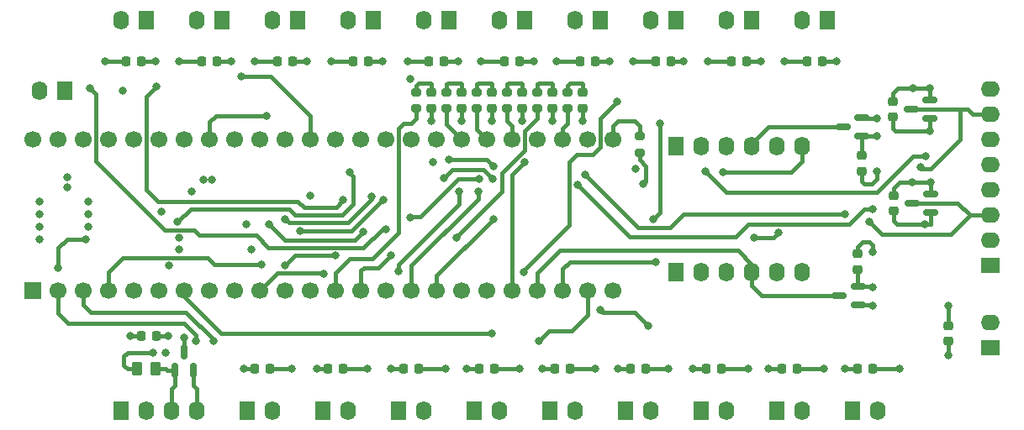
<source format=gbr>
%TF.GenerationSoftware,KiCad,Pcbnew,8.0.3-8.0.3-0~ubuntu22.04.1*%
%TF.CreationDate,2024-06-29T17:00:47-07:00*%
%TF.ProjectId,ButtonBd2,42757474-6f6e-4426-9432-2e6b69636164,2*%
%TF.SameCoordinates,Original*%
%TF.FileFunction,Copper,L1,Top*%
%TF.FilePolarity,Positive*%
%FSLAX46Y46*%
G04 Gerber Fmt 4.6, Leading zero omitted, Abs format (unit mm)*
G04 Created by KiCad (PCBNEW 8.0.3-8.0.3-0~ubuntu22.04.1) date 2024-06-29 17:00:47*
%MOMM*%
%LPD*%
G01*
G04 APERTURE LIST*
G04 Aperture macros list*
%AMRoundRect*
0 Rectangle with rounded corners*
0 $1 Rounding radius*
0 $2 $3 $4 $5 $6 $7 $8 $9 X,Y pos of 4 corners*
0 Add a 4 corners polygon primitive as box body*
4,1,4,$2,$3,$4,$5,$6,$7,$8,$9,$2,$3,0*
0 Add four circle primitives for the rounded corners*
1,1,$1+$1,$2,$3*
1,1,$1+$1,$4,$5*
1,1,$1+$1,$6,$7*
1,1,$1+$1,$8,$9*
0 Add four rect primitives between the rounded corners*
20,1,$1+$1,$2,$3,$4,$5,0*
20,1,$1+$1,$4,$5,$6,$7,0*
20,1,$1+$1,$6,$7,$8,$9,0*
20,1,$1+$1,$8,$9,$2,$3,0*%
G04 Aperture macros list end*
%TA.AperFunction,SMDPad,CuDef*%
%ADD10RoundRect,0.218750X0.256250X-0.218750X0.256250X0.218750X-0.256250X0.218750X-0.256250X-0.218750X0*%
%TD*%
%TA.AperFunction,ComponentPad*%
%ADD11R,1.600200X1.905000*%
%TD*%
%TA.AperFunction,ComponentPad*%
%ADD12O,1.600200X1.905000*%
%TD*%
%TA.AperFunction,SMDPad,CuDef*%
%ADD13RoundRect,0.200000X0.275000X-0.200000X0.275000X0.200000X-0.275000X0.200000X-0.275000X-0.200000X0*%
%TD*%
%TA.AperFunction,SMDPad,CuDef*%
%ADD14RoundRect,0.225000X0.250000X-0.225000X0.250000X0.225000X-0.250000X0.225000X-0.250000X-0.225000X0*%
%TD*%
%TA.AperFunction,ComponentPad*%
%ADD15R,1.905000X1.600200*%
%TD*%
%TA.AperFunction,ComponentPad*%
%ADD16O,1.905000X1.600200*%
%TD*%
%TA.AperFunction,SMDPad,CuDef*%
%ADD17RoundRect,0.218750X0.218750X0.256250X-0.218750X0.256250X-0.218750X-0.256250X0.218750X-0.256250X0*%
%TD*%
%TA.AperFunction,SMDPad,CuDef*%
%ADD18RoundRect,0.225000X-0.250000X0.225000X-0.250000X-0.225000X0.250000X-0.225000X0.250000X0.225000X0*%
%TD*%
%TA.AperFunction,SMDPad,CuDef*%
%ADD19RoundRect,0.150000X0.587500X0.150000X-0.587500X0.150000X-0.587500X-0.150000X0.587500X-0.150000X0*%
%TD*%
%TA.AperFunction,SMDPad,CuDef*%
%ADD20RoundRect,0.218750X-0.218750X-0.256250X0.218750X-0.256250X0.218750X0.256250X-0.218750X0.256250X0*%
%TD*%
%TA.AperFunction,SMDPad,CuDef*%
%ADD21RoundRect,0.250000X0.262500X0.450000X-0.262500X0.450000X-0.262500X-0.450000X0.262500X-0.450000X0*%
%TD*%
%TA.AperFunction,SMDPad,CuDef*%
%ADD22RoundRect,0.200000X-0.275000X0.200000X-0.275000X-0.200000X0.275000X-0.200000X0.275000X0.200000X0*%
%TD*%
%TA.AperFunction,SMDPad,CuDef*%
%ADD23RoundRect,0.150000X0.150000X-0.587500X0.150000X0.587500X-0.150000X0.587500X-0.150000X-0.587500X0*%
%TD*%
%TA.AperFunction,ComponentPad*%
%ADD24R,1.700000X1.700000*%
%TD*%
%TA.AperFunction,ComponentPad*%
%ADD25C,1.700000*%
%TD*%
%TA.AperFunction,SMDPad,CuDef*%
%ADD26RoundRect,0.225000X0.225000X0.250000X-0.225000X0.250000X-0.225000X-0.250000X0.225000X-0.250000X0*%
%TD*%
%TA.AperFunction,ViaPad*%
%ADD27C,0.800000*%
%TD*%
%TA.AperFunction,Conductor*%
%ADD28C,0.381000*%
%TD*%
G04 APERTURE END LIST*
D10*
%TO.P,D21,1,K*%
%TO.N,Net-(D21-K)*%
X145542000Y-94005500D03*
%TO.P,D21,2,A*%
%TO.N,+5VD*%
X145542000Y-92430500D03*
%TD*%
D11*
%TO.P,J22,1,Pin_1*%
%TO.N,GND*%
X113030000Y-100965000D03*
D12*
%TO.P,J22,2,Pin_2*%
%TO.N,/Button Inputs/BN14*%
X115570000Y-100965000D03*
%TD*%
D13*
%TO.P,R2,1*%
%TO.N,/LED0Y*%
X94996000Y-70548000D03*
%TO.P,R2,2*%
%TO.N,Net-(D12-A)*%
X94996000Y-68898000D03*
%TD*%
D11*
%TO.P,J24,1,Pin_1*%
%TO.N,GND*%
X128270000Y-100965000D03*
D12*
%TO.P,J24,2,Pin_2*%
%TO.N,/Button Inputs/BN12*%
X130810000Y-100965000D03*
%TD*%
D14*
%TO.P,C4,1*%
%TO.N,+5V*%
X136398000Y-86754000D03*
%TO.P,C4,2*%
%TO.N,GND*%
X136398000Y-85204000D03*
%TD*%
D15*
%TO.P,J13,1,Pin_1*%
%TO.N,GND*%
X149733000Y-86360000D03*
D16*
%TO.P,J13,2,Pin_2*%
%TO.N,+3.3V*%
X149733000Y-83820000D03*
%TO.P,J13,3,Pin_3*%
%TO.N,/ABS0*%
X149733000Y-81280000D03*
%TO.P,J13,4,Pin_4*%
%TO.N,/ABS1*%
X149733000Y-78740000D03*
%TO.P,J13,5,Pin_5*%
%TO.N,GND*%
X149733000Y-76200000D03*
%TO.P,J13,6,Pin_6*%
%TO.N,+3.3V*%
X149733000Y-73660000D03*
%TO.P,J13,7,Pin_7*%
%TO.N,/ABS2*%
X149733000Y-71120000D03*
%TO.P,J13,8,Pin_8*%
%TO.N,/ABS3*%
X149733000Y-68580000D03*
%TD*%
D10*
%TO.P,D11,1,K*%
%TO.N,GND*%
X93472000Y-70510500D03*
%TO.P,D11,2,A*%
%TO.N,Net-(D11-A)*%
X93472000Y-68935500D03*
%TD*%
D11*
%TO.P,J6,1,Pin_1*%
%TO.N,GND*%
X102870000Y-61595000D03*
D12*
%TO.P,J6,2,Pin_2*%
%TO.N,/Button Inputs/BN5*%
X100330000Y-61595000D03*
%TD*%
D17*
%TO.P,D3,1,K*%
%TO.N,Net-(D3-K)*%
X79527500Y-65786000D03*
%TO.P,D3,2,A*%
%TO.N,+5VD*%
X77952500Y-65786000D03*
%TD*%
D10*
%TO.P,D16,1,K*%
%TO.N,GND*%
X108712000Y-70510500D03*
%TO.P,D16,2,A*%
%TO.N,Net-(D16-A)*%
X108712000Y-68935500D03*
%TD*%
%TO.P,D15,1,K*%
%TO.N,GND*%
X105664000Y-70510500D03*
%TO.P,D15,2,A*%
%TO.N,Net-(D15-A)*%
X105664000Y-68935500D03*
%TD*%
D14*
%TO.P,C1,1*%
%TO.N,GND*%
X139954000Y-71387000D03*
%TO.P,C1,2*%
%TO.N,+3.3V*%
X139954000Y-69837000D03*
%TD*%
D11*
%TO.P,J16,1,Pin_1*%
%TO.N,GND*%
X62230000Y-100965000D03*
D12*
%TO.P,J16,2,Pin_2*%
%TO.N,/+5V_{IN}*%
X64770000Y-100965000D03*
%TO.P,J16,3,Pin_3*%
%TO.N,/CAN_H*%
X67310000Y-100965000D03*
%TO.P,J16,4,Pin_4*%
%TO.N,/CAN_L*%
X69850000Y-100965000D03*
%TD*%
D10*
%TO.P,D13,1,K*%
%TO.N,GND*%
X99568000Y-70510500D03*
%TO.P,D13,2,A*%
%TO.N,Net-(D13-A)*%
X99568000Y-68935500D03*
%TD*%
D18*
%TO.P,C3,1*%
%TO.N,+3.3V*%
X140032500Y-79301000D03*
%TO.P,C3,2*%
%TO.N,GND*%
X140032500Y-80851000D03*
%TD*%
D11*
%TO.P,J3,1,Pin_1*%
%TO.N,GND*%
X80010000Y-61595000D03*
D12*
%TO.P,J3,2,Pin_2*%
%TO.N,/Button Inputs/BN2*%
X77470000Y-61595000D03*
%TD*%
D15*
%TO.P,J15,1,Pin_1*%
%TO.N,GND*%
X149733000Y-94615000D03*
D16*
%TO.P,J15,2,Pin_2*%
%TO.N,/Button Inputs/BN10*%
X149733000Y-92075000D03*
%TD*%
D17*
%TO.P,D8,1,K*%
%TO.N,Net-(D8-K)*%
X117627500Y-65786000D03*
%TO.P,D8,2,A*%
%TO.N,+5VD*%
X116052500Y-65786000D03*
%TD*%
D19*
%TO.P,D20,1,K*%
%TO.N,GND*%
X136446500Y-90358000D03*
%TO.P,D20,2,A*%
%TO.N,+5V*%
X136446500Y-88458000D03*
%TO.P,D20,3,K*%
%TO.N,/ENC0_A*%
X134571500Y-89408000D03*
%TD*%
D20*
%TO.P,D24,1,K*%
%TO.N,Net-(D24-K)*%
X83032500Y-96774000D03*
%TO.P,D24,2,A*%
%TO.N,+5VD*%
X84607500Y-96774000D03*
%TD*%
D11*
%TO.P,J12,1,Pin_1*%
%TO.N,GND*%
X118110000Y-74295000D03*
D12*
%TO.P,J12,2,Pin_2*%
%TO.N,+5V*%
X120650000Y-74295000D03*
%TO.P,J12,3,Pin_3*%
%TO.N,+3.3V*%
X123190000Y-74295000D03*
%TO.P,J12,4,Pin_4*%
%TO.N,/ENC1_A*%
X125730000Y-74295000D03*
%TO.P,J12,5,Pin_5*%
%TO.N,/ENC1_B*%
X128270000Y-74295000D03*
%TO.P,J12,6,Pin_6*%
%TO.N,/ENC1_ABS*%
X130810000Y-74295000D03*
%TD*%
D11*
%TO.P,J2,1,Pin_1*%
%TO.N,GND*%
X72390000Y-61595000D03*
D12*
%TO.P,J2,2,Pin_2*%
%TO.N,/Button Inputs/BN1*%
X69850000Y-61595000D03*
%TD*%
D10*
%TO.P,D14,1,K*%
%TO.N,GND*%
X102616000Y-70510500D03*
%TO.P,D14,2,A*%
%TO.N,Net-(D14-A)*%
X102616000Y-68935500D03*
%TD*%
D11*
%TO.P,J19,1,Pin_1*%
%TO.N,GND*%
X90170000Y-100965000D03*
D12*
%TO.P,J19,2,Pin_2*%
%TO.N,/Button Inputs/BN17*%
X92710000Y-100965000D03*
%TD*%
D11*
%TO.P,J14,1,Pin_1*%
%TO.N,GND*%
X118110000Y-86995000D03*
D12*
%TO.P,J14,2,Pin_2*%
%TO.N,+5V*%
X120650000Y-86995000D03*
%TO.P,J14,3,Pin_3*%
%TO.N,+3.3V*%
X123190000Y-86995000D03*
%TO.P,J14,4,Pin_4*%
%TO.N,/ENC0_A*%
X125730000Y-86995000D03*
%TO.P,J14,5,Pin_5*%
%TO.N,/ENC0_B*%
X128270000Y-86995000D03*
%TO.P,J14,6,Pin_6*%
%TO.N,/ENC0_ABS*%
X130810000Y-86995000D03*
%TD*%
D20*
%TO.P,D25,1,K*%
%TO.N,Net-(D25-K)*%
X90652500Y-96774000D03*
%TO.P,D25,2,A*%
%TO.N,+5VD*%
X92227500Y-96774000D03*
%TD*%
%TO.P,D30,1,K*%
%TO.N,Net-(D30-K)*%
X128752500Y-96774000D03*
%TO.P,D30,2,A*%
%TO.N,+5VD*%
X130327500Y-96774000D03*
%TD*%
D10*
%TO.P,D12,1,K*%
%TO.N,GND*%
X96520000Y-70510500D03*
%TO.P,D12,2,A*%
%TO.N,Net-(D12-A)*%
X96520000Y-68935500D03*
%TD*%
D11*
%TO.P,J18,1,Pin_1*%
%TO.N,GND*%
X82550000Y-100965000D03*
D12*
%TO.P,J18,2,Pin_2*%
%TO.N,/Button Inputs/BN18*%
X85090000Y-100965000D03*
%TD*%
D11*
%TO.P,J11,1,Pin_1*%
%TO.N,GND*%
X56515000Y-68707000D03*
D12*
%TO.P,J11,2,Pin_2*%
%TO.N,/+5V_{IN}*%
X53975000Y-68707000D03*
%TD*%
D19*
%TO.P,D17,1,K*%
%TO.N,GND*%
X143685500Y-71562000D03*
%TO.P,D17,2,A*%
%TO.N,+3.3V*%
X143685500Y-69662000D03*
%TO.P,D17,3,K*%
%TO.N,/ABS2*%
X141810500Y-70612000D03*
%TD*%
D13*
%TO.P,R3,1*%
%TO.N,/LED0G*%
X98044000Y-70548000D03*
%TO.P,R3,2*%
%TO.N,Net-(D13-A)*%
X98044000Y-68898000D03*
%TD*%
D20*
%TO.P,D27,1,K*%
%TO.N,Net-(D27-K)*%
X105892500Y-96774000D03*
%TO.P,D27,2,A*%
%TO.N,+5VD*%
X107467500Y-96774000D03*
%TD*%
D11*
%TO.P,J4,1,Pin_1*%
%TO.N,GND*%
X87630000Y-61595000D03*
D12*
%TO.P,J4,2,Pin_2*%
%TO.N,/Button Inputs/BN3*%
X85090000Y-61595000D03*
%TD*%
D21*
%TO.P,R8,1*%
%TO.N,/CAN_H*%
X65682500Y-96774000D03*
%TO.P,R8,2*%
%TO.N,/CAN_L*%
X63857500Y-96774000D03*
%TD*%
D22*
%TO.P,R7,1*%
%TO.N,/ENC1_ABS_ADC*%
X114427000Y-73343000D03*
%TO.P,R7,2*%
%TO.N,/ENC1_ABS*%
X114427000Y-74993000D03*
%TD*%
D11*
%TO.P,J23,1,Pin_1*%
%TO.N,GND*%
X120650000Y-100965000D03*
D12*
%TO.P,J23,2,Pin_2*%
%TO.N,/Button Inputs/BN13*%
X123190000Y-100965000D03*
%TD*%
D20*
%TO.P,D28,1,K*%
%TO.N,Net-(D28-K)*%
X113512500Y-96774000D03*
%TO.P,D28,2,A*%
%TO.N,+5VD*%
X115087500Y-96774000D03*
%TD*%
D17*
%TO.P,D6,1,K*%
%TO.N,Net-(D6-K)*%
X102387500Y-65786000D03*
%TO.P,D6,2,A*%
%TO.N,+5VD*%
X100812500Y-65786000D03*
%TD*%
D13*
%TO.P,R4,1*%
%TO.N,/LED1R*%
X101092000Y-70548000D03*
%TO.P,R4,2*%
%TO.N,Net-(D14-A)*%
X101092000Y-68898000D03*
%TD*%
%TO.P,R1,1*%
%TO.N,/LED0R*%
X91948000Y-70548000D03*
%TO.P,R1,2*%
%TO.N,Net-(D11-A)*%
X91948000Y-68898000D03*
%TD*%
D11*
%TO.P,J20,1,Pin_1*%
%TO.N,GND*%
X97790000Y-100965000D03*
D12*
%TO.P,J20,2,Pin_2*%
%TO.N,/Button Inputs/BN16*%
X100330000Y-100965000D03*
%TD*%
D11*
%TO.P,J10,1,Pin_1*%
%TO.N,GND*%
X133350000Y-61595000D03*
D12*
%TO.P,J10,2,Pin_2*%
%TO.N,/Button Inputs/BN9*%
X130810000Y-61595000D03*
%TD*%
D11*
%TO.P,J1,1,Pin_1*%
%TO.N,GND*%
X64770000Y-61595000D03*
D12*
%TO.P,J1,2,Pin_2*%
%TO.N,/Button Inputs/BN0*%
X62230000Y-61595000D03*
%TD*%
D11*
%TO.P,J8,1,Pin_1*%
%TO.N,GND*%
X118110000Y-61595000D03*
D12*
%TO.P,J8,2,Pin_2*%
%TO.N,/Button Inputs/BN7*%
X115570000Y-61595000D03*
%TD*%
D17*
%TO.P,D4,1,K*%
%TO.N,Net-(D4-K)*%
X87147500Y-65786000D03*
%TO.P,D4,2,A*%
%TO.N,+5VD*%
X85572500Y-65786000D03*
%TD*%
D13*
%TO.P,R6,1*%
%TO.N,/LED1G*%
X107188000Y-70548000D03*
%TO.P,R6,2*%
%TO.N,Net-(D16-A)*%
X107188000Y-68898000D03*
%TD*%
D17*
%TO.P,D1,1,K*%
%TO.N,Net-(D1-K)*%
X64287500Y-65786000D03*
%TO.P,D1,2,A*%
%TO.N,+5VD*%
X62712500Y-65786000D03*
%TD*%
%TO.P,D9,1,K*%
%TO.N,Net-(D9-K)*%
X125247500Y-65786000D03*
%TO.P,D9,2,A*%
%TO.N,+5VD*%
X123672500Y-65786000D03*
%TD*%
D23*
%TO.P,D22,1,K1*%
%TO.N,/CAN_H*%
X67630000Y-96949500D03*
%TO.P,D22,2,K1*%
%TO.N,/CAN_L*%
X69530000Y-96949500D03*
%TO.P,D22,3,KK*%
%TO.N,GND*%
X68580000Y-95074500D03*
%TD*%
D17*
%TO.P,D5,1,K*%
%TO.N,Net-(D5-K)*%
X94767500Y-65786000D03*
%TO.P,D5,2,A*%
%TO.N,+5VD*%
X93192500Y-65786000D03*
%TD*%
%TO.P,D10,1,K*%
%TO.N,Net-(D10-K)*%
X132867500Y-65786000D03*
%TO.P,D10,2,A*%
%TO.N,+5VD*%
X131292500Y-65786000D03*
%TD*%
%TO.P,D2,1,K*%
%TO.N,Net-(D2-K)*%
X71907500Y-65786000D03*
%TO.P,D2,2,A*%
%TO.N,+5VD*%
X70332500Y-65786000D03*
%TD*%
D11*
%TO.P,J9,1,Pin_1*%
%TO.N,GND*%
X125730000Y-61595000D03*
D12*
%TO.P,J9,2,Pin_2*%
%TO.N,/Button Inputs/BN8*%
X123190000Y-61595000D03*
%TD*%
D11*
%TO.P,J7,1,Pin_1*%
%TO.N,GND*%
X110490000Y-61595000D03*
D12*
%TO.P,J7,2,Pin_2*%
%TO.N,/Button Inputs/BN6*%
X107950000Y-61595000D03*
%TD*%
D11*
%TO.P,J17,1,Pin_1*%
%TO.N,GND*%
X74930000Y-100965000D03*
D12*
%TO.P,J17,2,Pin_2*%
%TO.N,/Button Inputs/BN19*%
X77470000Y-100965000D03*
%TD*%
D20*
%TO.P,D29,1,K*%
%TO.N,Net-(D29-K)*%
X121132500Y-96774000D03*
%TO.P,D29,2,A*%
%TO.N,+5VD*%
X122707500Y-96774000D03*
%TD*%
%TO.P,D31,1,K*%
%TO.N,Net-(D31-K)*%
X136372500Y-96774000D03*
%TO.P,D31,2,A*%
%TO.N,+5VD*%
X137947500Y-96774000D03*
%TD*%
D19*
%TO.P,D19,1,K*%
%TO.N,GND*%
X143764000Y-81026000D03*
%TO.P,D19,2,A*%
%TO.N,+3.3V*%
X143764000Y-79126000D03*
%TO.P,D19,3,K*%
%TO.N,/ABS0*%
X141889000Y-80076000D03*
%TD*%
D20*
%TO.P,D23,1,K*%
%TO.N,Net-(D23-K)*%
X75666500Y-96774000D03*
%TO.P,D23,2,A*%
%TO.N,+5VD*%
X77241500Y-96774000D03*
%TD*%
%TO.P,D26,1,K*%
%TO.N,Net-(D26-K)*%
X98272500Y-96774000D03*
%TO.P,D26,2,A*%
%TO.N,+5VD*%
X99847500Y-96774000D03*
%TD*%
D24*
%TO.P,U1,1,GND*%
%TO.N,GND*%
X53340000Y-88900000D03*
D25*
%TO.P,U1,2,P0*%
%TO.N,/BTN19*%
X55880000Y-88900000D03*
%TO.P,U1,3,P1*%
%TO.N,/BTN18*%
X58420000Y-88900000D03*
%TO.P,U1,4,P2/FTM3_CH0*%
%TO.N,/ENC0_ABS*%
X60960000Y-88900000D03*
%TO.P,U1,5,P3/CAN_TX*%
%TO.N,/CAN_TX*%
X63500000Y-88900000D03*
%TO.P,U1,6,P4/CAN_RX*%
%TO.N,/CAN_RX*%
X66040000Y-88900000D03*
%TO.P,U1,7,P5*%
%TO.N,/BTN14*%
X68580000Y-88900000D03*
%TO.P,U1,8,P6*%
%TO.N,/BTN17*%
X71120000Y-88900000D03*
%TO.P,U1,9,P7*%
%TO.N,/BTN13*%
X73660000Y-88900000D03*
%TO.P,U1,10,P8*%
%TO.N,/BTN12*%
X76200000Y-88900000D03*
%TO.P,U1,11,P9*%
%TO.N,/BTN10*%
X78740000Y-88900000D03*
%TO.P,U1,12,P10*%
%TO.N,/LED1Y*%
X81280000Y-88900000D03*
%TO.P,U1,13,P11*%
%TO.N,/LED0R*%
X83820000Y-88900000D03*
%TO.P,U1,14,P12*%
%TO.N,/BTN11*%
X86360000Y-88900000D03*
%TO.P,U1,15,3V3*%
%TO.N,+3.3V*%
X88900000Y-88900000D03*
%TO.P,U1,16,P24*%
%TO.N,/BTN5*%
X91440000Y-88900000D03*
%TO.P,U1,17,P25*%
%TO.N,/BTN9*%
X93980000Y-88900000D03*
%TO.P,U1,18,P26*%
%TO.N,/BTN4*%
X96520000Y-88900000D03*
%TO.P,U1,19,P27*%
%TO.N,/BTN7*%
X99060000Y-88900000D03*
%TO.P,U1,20,P28*%
%TO.N,/BTN6*%
X101600000Y-88900000D03*
%TO.P,U1,21,P29/FTM2_QD_PHA*%
%TO.N,/ENC0_A*%
X104140000Y-88900000D03*
%TO.P,U1,22,P30/FTM2_QD_PHB*%
%TO.N,/ENC0_B*%
X106680000Y-88900000D03*
%TO.P,U1,23,P31*%
%TO.N,/BTN15*%
X109220000Y-88900000D03*
%TO.P,U1,24,P32*%
%TO.N,/BTN16*%
X111760000Y-88900000D03*
%TO.P,U1,25,P33/ADC0_SE17*%
%TO.N,/ENC1_ABS_ADC*%
X111760000Y-73660000D03*
%TO.P,U1,26,P34*%
%TO.N,/BTN8*%
X109220000Y-73660000D03*
%TO.P,U1,27,P35*%
%TO.N,/LED1G*%
X106680000Y-73660000D03*
%TO.P,U1,28,P36/ADC1_SE5b*%
%TO.N,unconnected-(U1-P36{slash}ADC1_SE5b-Pad28)*%
X104140000Y-73660000D03*
%TO.P,U1,29,P37*%
%TO.N,/LED1R*%
X101600000Y-73660000D03*
%TO.P,U1,30,P38*%
%TO.N,/LED0G*%
X99060000Y-73660000D03*
%TO.P,U1,31,P39*%
%TO.N,/LED0Y*%
X96520000Y-73660000D03*
%TO.P,U1,32,A21*%
%TO.N,unconnected-(U1-A21-Pad32)*%
X93980000Y-73660000D03*
%TO.P,U1,33,A22/ADC1_SE23*%
%TO.N,/+5V_MON_ADC*%
X91440000Y-73660000D03*
%TO.P,U1,34,GND*%
%TO.N,GND*%
X88900000Y-73660000D03*
%TO.P,U1,35,P13/LED*%
%TO.N,unconnected-(U1-P13{slash}LED-Pad35)*%
X86360000Y-73660000D03*
%TO.P,U1,36,P14/ADC0_SE5b*%
%TO.N,/ENC0_ABS_ADC*%
X83820000Y-73660000D03*
%TO.P,U1,37,P15*%
%TO.N,/BTN1*%
X81280000Y-73660000D03*
%TO.P,U1,38,P16/FTM1_QD_PHA*%
%TO.N,/ENC1_B*%
X78740000Y-73660000D03*
%TO.P,U1,39,P17/FTM1_QD_PHB*%
%TO.N,/ENC1_A*%
X76200000Y-73660000D03*
%TO.P,U1,40,P18*%
%TO.N,/BTN2*%
X73660000Y-73660000D03*
%TO.P,U1,41,P19*%
%TO.N,/BTN3*%
X71120000Y-73660000D03*
%TO.P,U1,42,P20*%
%TO.N,/BTN0*%
X68580000Y-73660000D03*
%TO.P,U1,43,P21/FTM0_CH6*%
%TO.N,/ENC1_ABS*%
X66040000Y-73660000D03*
%TO.P,U1,44,P22/ADC0_SE15*%
%TO.N,/ABS2_ADC*%
X63500000Y-73660000D03*
%TO.P,U1,45,P23/ADC0_SE4b*%
%TO.N,/ABS3_ADC*%
X60960000Y-73660000D03*
%TO.P,U1,46,3V3*%
%TO.N,+3.3V*%
X58420000Y-73660000D03*
%TO.P,U1,47,AGND*%
%TO.N,GND*%
X55880000Y-73660000D03*
%TO.P,U1,48,V_{IN}*%
%TO.N,/V_{IN}*%
X53340000Y-73660000D03*
%TD*%
D26*
%TO.P,C5,1*%
%TO.N,+5V*%
X65799000Y-93472000D03*
%TO.P,C5,2*%
%TO.N,GND*%
X64249000Y-93472000D03*
%TD*%
D19*
%TO.P,D18,1,K*%
%TO.N,GND*%
X136827500Y-73340000D03*
%TO.P,D18,2,A*%
%TO.N,+5V*%
X136827500Y-71440000D03*
%TO.P,D18,3,K*%
%TO.N,/ENC1_A*%
X134952500Y-72390000D03*
%TD*%
D11*
%TO.P,J21,1,Pin_1*%
%TO.N,GND*%
X105410000Y-100965000D03*
D12*
%TO.P,J21,2,Pin_2*%
%TO.N,/Button Inputs/BN15*%
X107950000Y-100965000D03*
%TD*%
D14*
%TO.P,C2,1*%
%TO.N,+5V*%
X136779000Y-76848000D03*
%TO.P,C2,2*%
%TO.N,GND*%
X136779000Y-75298000D03*
%TD*%
D17*
%TO.P,D7,1,K*%
%TO.N,Net-(D7-K)*%
X110007500Y-65786000D03*
%TO.P,D7,2,A*%
%TO.N,+5VD*%
X108432500Y-65786000D03*
%TD*%
D13*
%TO.P,R5,1*%
%TO.N,/LED1Y*%
X104140000Y-70548000D03*
%TO.P,R5,2*%
%TO.N,Net-(D15-A)*%
X104140000Y-68898000D03*
%TD*%
D11*
%TO.P,J25,1,Pin_1*%
%TO.N,GND*%
X135890000Y-100965000D03*
D12*
%TO.P,J25,2,Pin_2*%
%TO.N,/Button Inputs/BN11*%
X138430000Y-100965000D03*
%TD*%
D11*
%TO.P,J5,1,Pin_1*%
%TO.N,GND*%
X95250000Y-61595000D03*
D12*
%TO.P,J5,2,Pin_2*%
%TO.N,/Button Inputs/BN4*%
X92710000Y-61595000D03*
%TD*%
D27*
%TO.N,GND*%
X114046000Y-76581000D03*
X143637000Y-72771000D03*
X93472000Y-71755000D03*
X137922000Y-84963000D03*
X102616000Y-71755000D03*
X105664000Y-71755000D03*
X96520000Y-71755000D03*
X69342000Y-78867000D03*
X81297242Y-79290417D03*
X62357000Y-68707000D03*
X91313000Y-67564000D03*
X68580000Y-93599000D03*
X74803000Y-82169000D03*
X99568000Y-71755000D03*
X75311000Y-84709000D03*
X108712000Y-71755000D03*
X93599000Y-75946000D03*
X138303000Y-73279000D03*
X63119000Y-93472000D03*
X143129000Y-82169000D03*
X67056000Y-86360000D03*
X66294000Y-80899000D03*
X137922000Y-90424000D03*
%TO.N,+5V*%
X138303000Y-76835000D03*
X58928000Y-81153000D03*
X58928000Y-82423000D03*
X67897585Y-81969500D03*
X58928000Y-79883000D03*
X66929000Y-93472000D03*
X138303000Y-71501000D03*
X137922000Y-88519000D03*
X85217000Y-76962000D03*
%TO.N,+3.3V*%
X141986000Y-68453000D03*
X68072000Y-84709000D03*
X143764000Y-77978000D03*
X141859000Y-77978000D03*
X143637000Y-68453000D03*
X70485000Y-77724000D03*
X71374000Y-77724000D03*
X66675000Y-95123000D03*
X68051479Y-83549500D03*
%TO.N,Net-(D1-K)*%
X65659000Y-65786000D03*
%TO.N,Net-(D2-K)*%
X73279000Y-65786000D03*
%TO.N,Net-(D3-K)*%
X80899000Y-65786000D03*
%TO.N,Net-(D4-K)*%
X88519000Y-65786000D03*
%TO.N,Net-(D5-K)*%
X96139000Y-65786000D03*
%TO.N,Net-(D6-K)*%
X103759000Y-65786000D03*
%TO.N,/ENC1_A*%
X87477600Y-79400400D03*
X78740000Y-81661000D03*
%TO.N,/ENC1_B*%
X80264000Y-82860000D03*
X88646000Y-79756000D03*
%TO.N,/ENC0_B*%
X116078000Y-85979000D03*
%TO.N,/ABS2*%
X65786000Y-68300600D03*
X94742000Y-77571600D03*
X142748000Y-76454000D03*
X84610000Y-79790154D03*
X99644200Y-77673200D03*
X137922000Y-80645000D03*
X108204000Y-78232000D03*
%TO.N,/ENC1_ABS*%
X86614000Y-82931000D03*
X122809000Y-76962000D03*
X91389200Y-81508600D03*
X98298000Y-77622400D03*
X114808000Y-78105000D03*
X77089000Y-82169000D03*
%TO.N,/ABS1*%
X121031000Y-76835000D03*
X143256000Y-75311000D03*
%TO.N,/ENC0_ABS*%
X76327000Y-86233000D03*
%TO.N,/ABS3*%
X59055000Y-68453000D03*
X128397000Y-83058000D03*
X125984000Y-83566000D03*
X88900000Y-82677000D03*
%TO.N,/ABS0*%
X99745800Y-76403200D03*
X135128000Y-81153000D03*
X108966000Y-77216000D03*
X95250000Y-75692000D03*
X137541000Y-81915000D03*
%TO.N,Net-(D7-K)*%
X111379000Y-65786000D03*
%TO.N,+5VD*%
X75692000Y-65786000D03*
X110010000Y-96774000D03*
X140589000Y-96774000D03*
X113764000Y-65786000D03*
X56769000Y-77470000D03*
X79403000Y-96774000D03*
X132969000Y-96774000D03*
X102390000Y-96774000D03*
X60579000Y-65786000D03*
X98425000Y-65786000D03*
X83411000Y-65788875D03*
X56769000Y-78486000D03*
X121285000Y-65786000D03*
X94897000Y-96774000D03*
X91059000Y-65786000D03*
X68072000Y-65786000D03*
X125349000Y-96774000D03*
X117376000Y-96774000D03*
X86995000Y-96774000D03*
X129032000Y-65786000D03*
X145542000Y-90396000D03*
X106045000Y-65786000D03*
%TO.N,Net-(D8-K)*%
X118872000Y-65786000D03*
%TO.N,Net-(D9-K)*%
X126619000Y-65786000D03*
%TO.N,Net-(D10-K)*%
X134239000Y-65786000D03*
%TO.N,Net-(D21-K)*%
X145542000Y-95377000D03*
%TO.N,Net-(D23-K)*%
X74549000Y-96774000D03*
%TO.N,Net-(D24-K)*%
X81915000Y-96774000D03*
%TO.N,Net-(D25-K)*%
X89408000Y-96774000D03*
%TO.N,Net-(D26-K)*%
X97028000Y-96774000D03*
%TO.N,Net-(D27-K)*%
X104648000Y-96774000D03*
%TO.N,Net-(D28-K)*%
X112268000Y-96774000D03*
%TO.N,Net-(D29-K)*%
X119761000Y-96774000D03*
%TO.N,Net-(D30-K)*%
X127381000Y-96774000D03*
%TO.N,Net-(D31-K)*%
X135128000Y-96774000D03*
%TO.N,Net-(D40-A)*%
X55880000Y-86614000D03*
X58674000Y-83693000D03*
%TO.N,/CAN_L*%
X65405000Y-95123000D03*
%TO.N,/LED1Y*%
X96012000Y-83566000D03*
%TO.N,/BTN1*%
X74295000Y-67310000D03*
%TO.N,/BTN3*%
X76835000Y-71247000D03*
%TO.N,/BTN4*%
X96266000Y-78867000D03*
X90170000Y-86969600D03*
%TO.N,/BTN5*%
X98171000Y-78867000D03*
%TO.N,/BTN6*%
X102870000Y-75946000D03*
%TO.N,/BTN7*%
X102743000Y-86995000D03*
X112141000Y-69850000D03*
%TO.N,/BTN9*%
X99695000Y-81661000D03*
X116459000Y-72009000D03*
X115824000Y-81661000D03*
%TO.N,/BTN10*%
X78740000Y-86332000D03*
X83820000Y-85344000D03*
%TO.N,/BTN11*%
X89408000Y-85341400D03*
%TO.N,/BTN12*%
X82664115Y-87236115D03*
%TO.N,/BTN13*%
X115316000Y-92456000D03*
X110490000Y-90805000D03*
%TO.N,/BTN14*%
X99568000Y-93218000D03*
%TO.N,/BTN15*%
X104267000Y-93980000D03*
%TO.N,/BTN18*%
X71501000Y-93980000D03*
%TO.N,/BTN19*%
X69773800Y-93954600D03*
%TO.N,/+5V_{IN}*%
X53975000Y-83693000D03*
X53975000Y-79883000D03*
X53975000Y-82423000D03*
X53975000Y-81153000D03*
%TD*%
D28*
%TO.N,GND*%
X140335000Y-82169000D02*
X140032500Y-81866500D01*
X136779000Y-75298000D02*
X136779000Y-73388500D01*
X143764000Y-82169000D02*
X141859000Y-82169000D01*
X102616000Y-70510500D02*
X102616000Y-71755000D01*
X138303000Y-73279000D02*
X136888500Y-73279000D01*
X63119000Y-93472000D02*
X64249000Y-93472000D01*
X137541000Y-83947000D02*
X137922000Y-84328000D01*
X139954000Y-72517000D02*
X140208000Y-72771000D01*
X137856000Y-90358000D02*
X136446500Y-90358000D01*
X137922000Y-90424000D02*
X137856000Y-90358000D01*
X143764000Y-81026000D02*
X143764000Y-82169000D01*
X136906000Y-83947000D02*
X137541000Y-83947000D01*
X137922000Y-84328000D02*
X137922000Y-84963000D01*
X143685500Y-72722500D02*
X143637000Y-72771000D01*
X96520000Y-70510500D02*
X96520000Y-71755000D01*
X68580000Y-93599000D02*
X68580000Y-95074500D01*
X93472000Y-70510500D02*
X93472000Y-71755000D01*
X140208000Y-72771000D02*
X143637000Y-72771000D01*
X143685500Y-71562000D02*
X143685500Y-72722500D01*
X105664000Y-70510500D02*
X105664000Y-71755000D01*
X136398000Y-85204000D02*
X136398000Y-84455000D01*
X141859000Y-82169000D02*
X140335000Y-82169000D01*
X136398000Y-84455000D02*
X136906000Y-83947000D01*
X140032500Y-81866500D02*
X140032500Y-80851000D01*
X99568000Y-70510500D02*
X99568000Y-71755000D01*
X108712000Y-70510500D02*
X108712000Y-71755000D01*
X136888500Y-73279000D02*
X136827500Y-73340000D01*
X136779000Y-73388500D02*
X136827500Y-73340000D01*
X139954000Y-71387000D02*
X139954000Y-72517000D01*
%TO.N,/ENC1_ABS_ADC*%
X114427000Y-73343000D02*
X114427000Y-72263000D01*
X113919000Y-71755000D02*
X112268000Y-71755000D01*
X114427000Y-72263000D02*
X113919000Y-71755000D01*
X112268000Y-71755000D02*
X111760000Y-72263000D01*
X111760000Y-72263000D02*
X111760000Y-73660000D01*
%TO.N,+5V*%
X136398000Y-86754000D02*
X136398000Y-88409500D01*
X136779000Y-76848000D02*
X136779000Y-77851000D01*
X138303000Y-77597000D02*
X138303000Y-76835000D01*
X85598000Y-77343000D02*
X85598000Y-80200500D01*
X136398000Y-88409500D02*
X136446500Y-88458000D01*
X69222085Y-80645000D02*
X67897585Y-81969500D01*
X137861000Y-88458000D02*
X136446500Y-88458000D01*
X79121000Y-80645000D02*
X69222085Y-80645000D01*
X137922000Y-88519000D02*
X137861000Y-88458000D01*
X85217000Y-76962000D02*
X85598000Y-77343000D01*
X136779000Y-77851000D02*
X137033000Y-78105000D01*
X79756000Y-81280000D02*
X79121000Y-80645000D01*
X137795000Y-78105000D02*
X138303000Y-77597000D01*
X137033000Y-78105000D02*
X137795000Y-78105000D01*
X66929000Y-93472000D02*
X65799000Y-93472000D01*
X84518500Y-81280000D02*
X79756000Y-81280000D01*
X138303000Y-71501000D02*
X136888500Y-71501000D01*
X136888500Y-71501000D02*
X136827500Y-71440000D01*
X85598000Y-80200500D02*
X84518500Y-81280000D01*
%TO.N,+3.3V*%
X143764000Y-79126000D02*
X143764000Y-77978000D01*
X141986000Y-68453000D02*
X143637000Y-68453000D01*
X140032500Y-78534500D02*
X140589000Y-77978000D01*
X143685500Y-68501500D02*
X143637000Y-68453000D01*
X140462000Y-68453000D02*
X141986000Y-68453000D01*
X140032500Y-79301000D02*
X140032500Y-78534500D01*
X141859000Y-77978000D02*
X143764000Y-77978000D01*
X143685500Y-69662000D02*
X143685500Y-68501500D01*
X139954000Y-68961000D02*
X140462000Y-68453000D01*
X139954000Y-69837000D02*
X139954000Y-68961000D01*
X140589000Y-77978000D02*
X141859000Y-77978000D01*
%TO.N,Net-(D1-K)*%
X65659000Y-65786000D02*
X64287500Y-65786000D01*
%TO.N,Net-(D2-K)*%
X73279000Y-65786000D02*
X71907500Y-65786000D01*
%TO.N,Net-(D3-K)*%
X80899000Y-65786000D02*
X79527500Y-65786000D01*
%TO.N,Net-(D4-K)*%
X88519000Y-65786000D02*
X87147500Y-65786000D01*
%TO.N,Net-(D5-K)*%
X96139000Y-65786000D02*
X94767500Y-65786000D01*
%TO.N,Net-(D6-K)*%
X103759000Y-65786000D02*
X102387500Y-65786000D01*
%TO.N,/ENC1_A*%
X125730000Y-74041000D02*
X125730000Y-74295000D01*
X134952500Y-72390000D02*
X127381000Y-72390000D01*
X127381000Y-72390000D02*
X125730000Y-74041000D01*
X87477600Y-79654400D02*
X85062000Y-82070000D01*
X87477600Y-79400400D02*
X87477600Y-79654400D01*
X85062000Y-82070000D02*
X79149000Y-82070000D01*
X79149000Y-82070000D02*
X78740000Y-81661000D01*
%TO.N,/ENC0_A*%
X124333000Y-84836000D02*
X106426000Y-84836000D01*
X134571500Y-89408000D02*
X126746000Y-89408000D01*
X126746000Y-89408000D02*
X125730000Y-88392000D01*
X106426000Y-84836000D02*
X104140000Y-87122000D01*
X104140000Y-87122000D02*
X104140000Y-88900000D01*
X125730000Y-88392000D02*
X125730000Y-86995000D01*
X125730000Y-86995000D02*
X125730000Y-86233000D01*
X125730000Y-86233000D02*
X124333000Y-84836000D01*
%TO.N,/ENC1_B*%
X85415000Y-82860000D02*
X80264000Y-82860000D01*
X88519000Y-79756000D02*
X85415000Y-82860000D01*
X88646000Y-79756000D02*
X88519000Y-79756000D01*
%TO.N,/ENC0_B*%
X106680000Y-86715600D02*
X106680000Y-88900000D01*
X107416600Y-85979000D02*
X106680000Y-86715600D01*
X116078000Y-85979000D02*
X107416600Y-85979000D01*
%TO.N,/ABS2*%
X80645000Y-80518000D02*
X83882154Y-80518000D01*
X146685000Y-70612000D02*
X146685000Y-73660000D01*
X146685000Y-70612000D02*
X141810500Y-70612000D01*
X142875000Y-76581000D02*
X142748000Y-76454000D01*
X137922000Y-80645000D02*
X137033000Y-80645000D01*
X124079000Y-83439000D02*
X113411000Y-83439000D01*
X99644200Y-77673200D02*
X98679000Y-76708000D01*
X137033000Y-80645000D02*
X135509000Y-82169000D01*
X64770000Y-78740000D02*
X65913000Y-79883000D01*
X146685000Y-70612000D02*
X147447000Y-70612000D01*
X64770000Y-69316600D02*
X64770000Y-78740000D01*
X98679000Y-76708000D02*
X95605600Y-76708000D01*
X65913000Y-79883000D02*
X80010000Y-79883000D01*
X113411000Y-83439000D02*
X108204000Y-78232000D01*
X83882154Y-80518000D02*
X84610000Y-79790154D01*
X135509000Y-82169000D02*
X125349000Y-82169000D01*
X143764000Y-76581000D02*
X142875000Y-76581000D01*
X125349000Y-82169000D02*
X124079000Y-83439000D01*
X147447000Y-70612000D02*
X147955000Y-71120000D01*
X147955000Y-71120000D02*
X149733000Y-71120000D01*
X65786000Y-68300600D02*
X64770000Y-69316600D01*
X146685000Y-73660000D02*
X143764000Y-76581000D01*
X95605600Y-76708000D02*
X94742000Y-77571600D01*
X80010000Y-79883000D02*
X80645000Y-80518000D01*
%TO.N,/ENC1_ABS*%
X96139000Y-77597000D02*
X92329000Y-81407000D01*
X114427000Y-74993000D02*
X114427000Y-75692000D01*
X92329000Y-81407000D02*
X91490800Y-81407000D01*
X122809000Y-76962000D02*
X129667000Y-76962000D01*
X77089000Y-82169000D02*
X78740000Y-83820000D01*
X115062000Y-76327000D02*
X115062000Y-77851000D01*
X98298000Y-77622400D02*
X98272600Y-77597000D01*
X129667000Y-76962000D02*
X130810000Y-75819000D01*
X85753000Y-83820000D02*
X86614000Y-82959000D01*
X91490800Y-81407000D02*
X91389200Y-81508600D01*
X98272600Y-77597000D02*
X96139000Y-77597000D01*
X130810000Y-75819000D02*
X130810000Y-74295000D01*
X86614000Y-82959000D02*
X86614000Y-82931000D01*
X78740000Y-83820000D02*
X85753000Y-83820000D01*
X115062000Y-77851000D02*
X114808000Y-78105000D01*
X114427000Y-75692000D02*
X115062000Y-76327000D01*
%TO.N,/ABS1*%
X138303000Y-78994000D02*
X123190000Y-78994000D01*
X141986000Y-75311000D02*
X138303000Y-78994000D01*
X123190000Y-78994000D02*
X121031000Y-76835000D01*
X143256000Y-75311000D02*
X141986000Y-75311000D01*
%TO.N,/ENC0_ABS*%
X60960000Y-88900000D02*
X60960000Y-86995000D01*
X71374000Y-85979000D02*
X71628000Y-86233000D01*
X60960000Y-86995000D02*
X62103000Y-85852000D01*
X71628000Y-86233000D02*
X76327000Y-86233000D01*
X62103000Y-85852000D02*
X62385500Y-85569500D01*
X70964500Y-85569500D02*
X71374000Y-85979000D01*
X62385500Y-85569500D02*
X70964500Y-85569500D01*
%TO.N,/ABS3*%
X125984000Y-83566000D02*
X127889000Y-83566000D01*
X69551500Y-82759500D02*
X66630500Y-82759500D01*
X59690000Y-69088000D02*
X59055000Y-68453000D01*
X59690000Y-75819000D02*
X59690000Y-69088000D01*
X66630500Y-82759500D02*
X59690000Y-75819000D01*
X88519000Y-82677000D02*
X86642000Y-84554000D01*
X77061000Y-84554000D02*
X75819000Y-83312000D01*
X86642000Y-84554000D02*
X77061000Y-84554000D01*
X88900000Y-82677000D02*
X88519000Y-82677000D01*
X127889000Y-83566000D02*
X128397000Y-83058000D01*
X70104000Y-83312000D02*
X69551500Y-82759500D01*
X75819000Y-83312000D02*
X70104000Y-83312000D01*
%TO.N,/ABS0*%
X146497000Y-80076000D02*
X141889000Y-80076000D01*
X99034600Y-75692000D02*
X95250000Y-75692000D01*
X138811000Y-83185000D02*
X145796000Y-83185000D01*
X114300000Y-82550000D02*
X117475000Y-82550000D01*
X108966000Y-77216000D02*
X114300000Y-82550000D01*
X117475000Y-82550000D02*
X118872000Y-81153000D01*
X99745800Y-76403200D02*
X99034600Y-75692000D01*
X145796000Y-83185000D02*
X147701000Y-81280000D01*
X147701000Y-81280000D02*
X146497000Y-80076000D01*
X137541000Y-81915000D02*
X138811000Y-83185000D01*
X118872000Y-81153000D02*
X135128000Y-81153000D01*
X147701000Y-81280000D02*
X149733000Y-81280000D01*
%TO.N,Net-(D7-K)*%
X111379000Y-65786000D02*
X110007500Y-65786000D01*
%TO.N,+5VD*%
X99847500Y-96774000D02*
X102390000Y-96774000D01*
X145542000Y-92430500D02*
X145542000Y-90396000D01*
X137947500Y-96774000D02*
X140589000Y-96774000D01*
X116052500Y-65786000D02*
X113764000Y-65786000D01*
X122707500Y-96774000D02*
X125349000Y-96774000D01*
X84607500Y-96774000D02*
X86995000Y-96774000D01*
X92227500Y-96774000D02*
X94897000Y-96774000D01*
X115087500Y-96774000D02*
X117376000Y-96774000D01*
X123672500Y-65786000D02*
X121285000Y-65786000D01*
X70332500Y-65786000D02*
X68072000Y-65786000D01*
X131292500Y-65786000D02*
X129032000Y-65786000D01*
X77952500Y-65786000D02*
X75692000Y-65786000D01*
X77241500Y-96774000D02*
X79403000Y-96774000D01*
X83413875Y-65786000D02*
X83411000Y-65788875D01*
X85572500Y-65786000D02*
X83413875Y-65786000D01*
X100812500Y-65786000D02*
X98425000Y-65786000D01*
X107467500Y-96774000D02*
X110010000Y-96774000D01*
X108432500Y-65786000D02*
X106045000Y-65786000D01*
X62712500Y-65786000D02*
X60579000Y-65786000D01*
X130327500Y-96774000D02*
X132969000Y-96774000D01*
X93192500Y-65786000D02*
X91059000Y-65786000D01*
%TO.N,Net-(D8-K)*%
X118872000Y-65786000D02*
X117627500Y-65786000D01*
%TO.N,Net-(D9-K)*%
X126619000Y-65786000D02*
X125247500Y-65786000D01*
%TO.N,Net-(D10-K)*%
X134239000Y-65786000D02*
X132867500Y-65786000D01*
%TO.N,Net-(D11-A)*%
X93472000Y-68072000D02*
X93472000Y-68935500D01*
X93345000Y-67945000D02*
X93472000Y-68072000D01*
X91948000Y-68898000D02*
X91948000Y-68199000D01*
X92202000Y-67945000D02*
X93345000Y-67945000D01*
X91948000Y-68199000D02*
X92202000Y-67945000D01*
%TO.N,Net-(D12-A)*%
X94996000Y-68898000D02*
X94996000Y-68072000D01*
X95123000Y-67945000D02*
X96393000Y-67945000D01*
X96393000Y-67945000D02*
X96520000Y-68072000D01*
X94996000Y-68072000D02*
X95123000Y-67945000D01*
X96520000Y-68072000D02*
X96520000Y-68935500D01*
%TO.N,Net-(D13-A)*%
X98044000Y-68072000D02*
X98171000Y-67945000D01*
X99441000Y-67945000D02*
X99568000Y-68072000D01*
X98044000Y-68898000D02*
X98044000Y-68072000D01*
X99568000Y-68072000D02*
X99568000Y-68935500D01*
X98171000Y-67945000D02*
X99441000Y-67945000D01*
%TO.N,Net-(D14-A)*%
X102616000Y-68072000D02*
X102616000Y-68935500D01*
X101092000Y-68898000D02*
X101092000Y-68072000D01*
X101219000Y-67945000D02*
X102489000Y-67945000D01*
X102489000Y-67945000D02*
X102616000Y-68072000D01*
X101092000Y-68072000D02*
X101219000Y-67945000D01*
%TO.N,Net-(D15-A)*%
X104267000Y-67945000D02*
X105537000Y-67945000D01*
X105537000Y-67945000D02*
X105664000Y-68072000D01*
X105664000Y-68072000D02*
X105664000Y-68935500D01*
X104140000Y-68898000D02*
X104140000Y-68072000D01*
X104140000Y-68072000D02*
X104267000Y-67945000D01*
%TO.N,Net-(D16-A)*%
X107188000Y-68199000D02*
X107442000Y-67945000D01*
X107188000Y-68898000D02*
X107188000Y-68199000D01*
X107442000Y-67945000D02*
X108585000Y-67945000D01*
X108712000Y-68072000D02*
X108712000Y-68935500D01*
X108585000Y-67945000D02*
X108712000Y-68072000D01*
%TO.N,Net-(D21-K)*%
X145542000Y-95377000D02*
X145542000Y-94005500D01*
%TO.N,Net-(D23-K)*%
X74549000Y-96774000D02*
X75666500Y-96774000D01*
%TO.N,Net-(D24-K)*%
X81915000Y-96774000D02*
X83032500Y-96774000D01*
%TO.N,Net-(D25-K)*%
X89408000Y-96774000D02*
X90652500Y-96774000D01*
%TO.N,Net-(D26-K)*%
X97028000Y-96774000D02*
X98272500Y-96774000D01*
%TO.N,Net-(D27-K)*%
X104648000Y-96774000D02*
X105892500Y-96774000D01*
%TO.N,Net-(D28-K)*%
X112268000Y-96774000D02*
X113512500Y-96774000D01*
%TO.N,Net-(D29-K)*%
X119761000Y-96774000D02*
X121132500Y-96774000D01*
%TO.N,Net-(D30-K)*%
X127381000Y-96774000D02*
X128752500Y-96774000D01*
%TO.N,Net-(D31-K)*%
X135128000Y-96774000D02*
X136372500Y-96774000D01*
%TO.N,Net-(D40-A)*%
X56769000Y-83693000D02*
X55880000Y-84582000D01*
X58674000Y-83693000D02*
X56769000Y-83693000D01*
X55880000Y-84582000D02*
X55880000Y-86614000D01*
%TO.N,/CAN_H*%
X66850500Y-96949500D02*
X67630000Y-96949500D01*
X67630000Y-98486000D02*
X67310000Y-98806000D01*
X65682500Y-96774000D02*
X66675000Y-96774000D01*
X67630000Y-96949500D02*
X67630000Y-98486000D01*
X66675000Y-96774000D02*
X66850500Y-96949500D01*
X67310000Y-98806000D02*
X67310000Y-100838000D01*
%TO.N,/CAN_L*%
X62865000Y-95123000D02*
X65405000Y-95123000D01*
X69530000Y-96949500D02*
X69530000Y-98486000D01*
X62484000Y-96393000D02*
X62484000Y-95504000D01*
X63857500Y-96774000D02*
X62865000Y-96774000D01*
X69850000Y-98806000D02*
X69850000Y-100838000D01*
X69530000Y-98486000D02*
X69850000Y-98806000D01*
X62484000Y-95504000D02*
X62865000Y-95123000D01*
X62865000Y-96774000D02*
X62484000Y-96393000D01*
%TO.N,/LED0Y*%
X94996000Y-70548000D02*
X94996000Y-72136000D01*
X94996000Y-72136000D02*
X96520000Y-73660000D01*
%TO.N,/LED0G*%
X98044000Y-72644000D02*
X99060000Y-73660000D01*
X98044000Y-70548000D02*
X98044000Y-72644000D01*
%TO.N,/LED1R*%
X101600000Y-72263000D02*
X101600000Y-73660000D01*
X101092000Y-71755000D02*
X101600000Y-72263000D01*
X101092000Y-70548000D02*
X101092000Y-71755000D01*
%TO.N,/LED1G*%
X107188000Y-72009000D02*
X106680000Y-72517000D01*
X107188000Y-70548000D02*
X107188000Y-72009000D01*
X106680000Y-72517000D02*
X106680000Y-73660000D01*
%TO.N,/LED0R*%
X91948000Y-70548000D02*
X91948000Y-71501000D01*
X91440000Y-72009000D02*
X90678000Y-72009000D01*
X91948000Y-71501000D02*
X91440000Y-72009000D01*
X87528400Y-85699600D02*
X85242400Y-85699600D01*
X90170000Y-83058000D02*
X87528400Y-85699600D01*
X90678000Y-72009000D02*
X90170000Y-72517000D01*
X83820000Y-87122000D02*
X83820000Y-88900000D01*
X85242400Y-85699600D02*
X83820000Y-87122000D01*
X90170000Y-72517000D02*
X90170000Y-83058000D01*
%TO.N,/LED1Y*%
X102870000Y-72771000D02*
X104140000Y-71501000D01*
X100584000Y-77063600D02*
X102870000Y-74777600D01*
X104140000Y-71501000D02*
X104140000Y-70548000D01*
X96012000Y-83439000D02*
X100584000Y-78867000D01*
X96012000Y-83566000D02*
X96012000Y-83439000D01*
X102870000Y-74777600D02*
X102870000Y-72771000D01*
X100584000Y-78867000D02*
X100584000Y-77063600D01*
%TO.N,/BTN1*%
X81280000Y-71272400D02*
X77317600Y-67310000D01*
X77317600Y-67310000D02*
X74295000Y-67310000D01*
X81280000Y-73660000D02*
X81280000Y-71272400D01*
%TO.N,/BTN3*%
X76835000Y-71247000D02*
X71755000Y-71247000D01*
X71755000Y-71247000D02*
X71120000Y-71882000D01*
X71120000Y-71882000D02*
X71120000Y-73660000D01*
%TO.N,/BTN4*%
X96266000Y-78867000D02*
X96266000Y-80137000D01*
X96266000Y-80137000D02*
X90170000Y-86233000D01*
X90170000Y-86233000D02*
X90170000Y-86969600D01*
%TO.N,/BTN5*%
X98171000Y-79629000D02*
X91440000Y-86360000D01*
X91440000Y-86360000D02*
X91440000Y-88900000D01*
X98171000Y-78867000D02*
X98171000Y-79629000D01*
%TO.N,/BTN6*%
X101600000Y-77216000D02*
X101600000Y-88900000D01*
X102870000Y-75946000D02*
X101600000Y-77216000D01*
%TO.N,/BTN7*%
X102743000Y-86868000D02*
X107315000Y-82296000D01*
X108077000Y-75184000D02*
X109728000Y-75184000D01*
X102743000Y-86995000D02*
X102743000Y-86868000D01*
X107315000Y-82296000D02*
X107315000Y-75946000D01*
X107315000Y-75946000D02*
X108077000Y-75184000D01*
X109728000Y-75184000D02*
X110490000Y-74422000D01*
X110490000Y-71501000D02*
X112141000Y-69850000D01*
X110490000Y-74422000D02*
X110490000Y-71501000D01*
%TO.N,/BTN9*%
X93980000Y-87376000D02*
X93980000Y-88900000D01*
X116459000Y-81026000D02*
X116459000Y-72009000D01*
X115824000Y-81661000D02*
X116459000Y-81026000D01*
X99695000Y-81661000D02*
X93980000Y-87376000D01*
%TO.N,/BTN10*%
X79728000Y-85344000D02*
X83820000Y-85344000D01*
X78740000Y-86332000D02*
X79728000Y-85344000D01*
%TO.N,/BTN11*%
X86664800Y-86588600D02*
X86360000Y-86893400D01*
X86360000Y-86893400D02*
X86360000Y-88900000D01*
X89408000Y-85341400D02*
X88160800Y-86588600D01*
X88160800Y-86588600D02*
X86664800Y-86588600D01*
%TO.N,/BTN12*%
X82550000Y-87122000D02*
X77978000Y-87122000D01*
X77978000Y-87122000D02*
X76200000Y-88900000D01*
X82664115Y-87236115D02*
X82550000Y-87122000D01*
%TO.N,/BTN13*%
X113944400Y-91084400D02*
X115316000Y-92456000D01*
X110490000Y-90805000D02*
X110769400Y-91084400D01*
X110769400Y-91084400D02*
X113944400Y-91084400D01*
%TO.N,/BTN14*%
X68580000Y-89458800D02*
X68580000Y-88900000D01*
X72339200Y-93218000D02*
X68580000Y-89458800D01*
X99568000Y-93218000D02*
X72339200Y-93218000D01*
%TO.N,/BTN15*%
X107569000Y-92964000D02*
X109220000Y-91313000D01*
X104267000Y-93980000D02*
X105283000Y-92964000D01*
X109220000Y-91313000D02*
X109220000Y-88900000D01*
X105283000Y-92964000D02*
X107569000Y-92964000D01*
%TO.N,/BTN18*%
X68732400Y-91059000D02*
X59182000Y-91059000D01*
X71501000Y-93827600D02*
X68732400Y-91059000D01*
X71501000Y-93980000D02*
X71501000Y-93827600D01*
X58420000Y-90297000D02*
X58420000Y-88900000D01*
X59182000Y-91059000D02*
X58420000Y-90297000D01*
%TO.N,/BTN19*%
X69773800Y-93395800D02*
X68580000Y-92202000D01*
X69773800Y-93954600D02*
X69773800Y-93395800D01*
X68580000Y-92202000D02*
X56896000Y-92202000D01*
X56896000Y-92202000D02*
X55880000Y-91186000D01*
X55880000Y-91186000D02*
X55880000Y-88900000D01*
%TD*%
M02*

</source>
